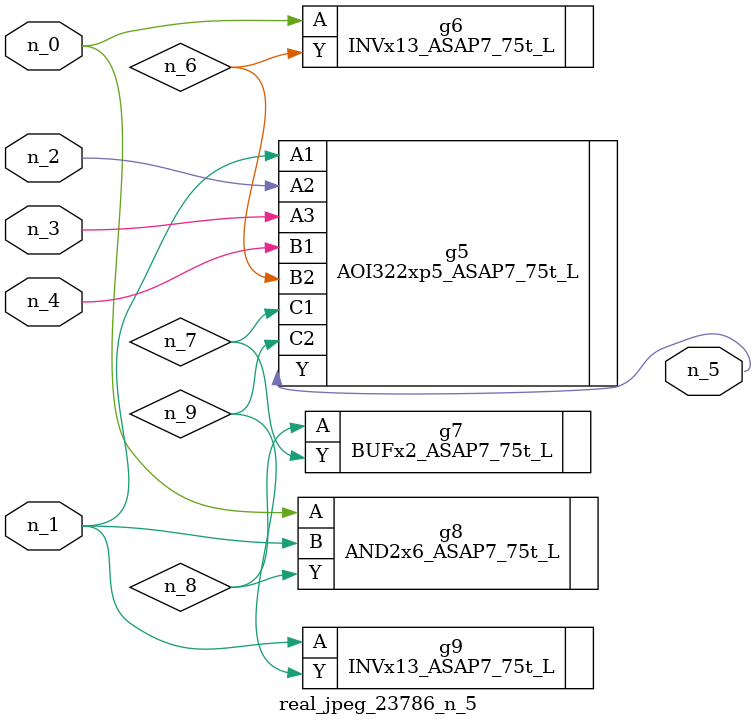
<source format=v>
module real_jpeg_23786_n_5 (n_4, n_0, n_1, n_2, n_3, n_5);

input n_4;
input n_0;
input n_1;
input n_2;
input n_3;

output n_5;

wire n_8;
wire n_6;
wire n_7;
wire n_9;

INVx13_ASAP7_75t_L g6 ( 
.A(n_0),
.Y(n_6)
);

AND2x6_ASAP7_75t_L g8 ( 
.A(n_0),
.B(n_1),
.Y(n_8)
);

AOI322xp5_ASAP7_75t_L g5 ( 
.A1(n_1),
.A2(n_2),
.A3(n_3),
.B1(n_4),
.B2(n_6),
.C1(n_7),
.C2(n_9),
.Y(n_5)
);

INVx13_ASAP7_75t_L g9 ( 
.A(n_1),
.Y(n_9)
);

BUFx2_ASAP7_75t_L g7 ( 
.A(n_8),
.Y(n_7)
);


endmodule
</source>
